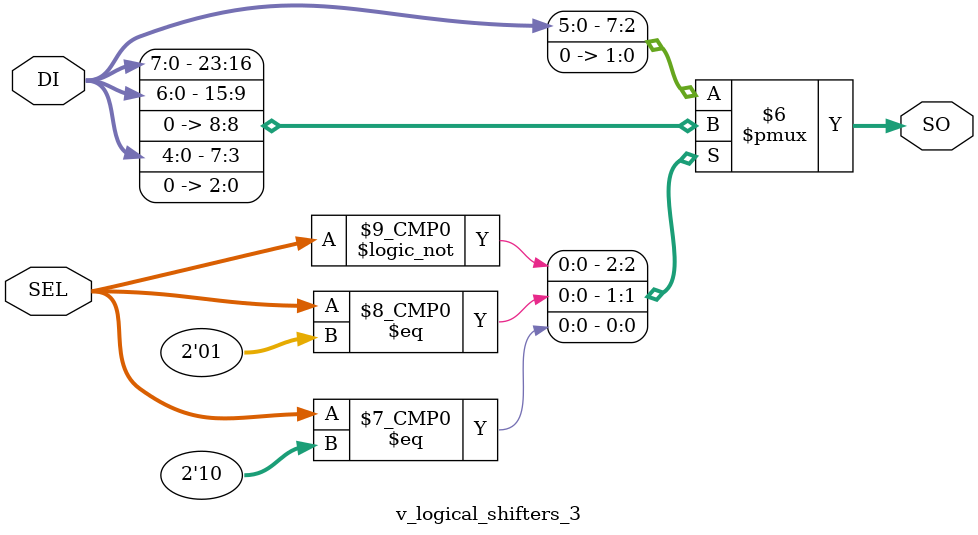
<source format=v>
module v_logical_shifters_3 (DI, SEL, SO);
    input [7:0] DI;
    input [1:0] SEL;
    output [7:0] SO;
    reg[7:0] SO;

    always @(DI or SEL)
    begin
        case (SEL)
            2'b00 : SO = DI;
            2'b01 : SO = DI << 1;
            2'b10 : SO = DI << 3;
            default : SO = DI << 2;
        endcase
    end
endmodule

</source>
